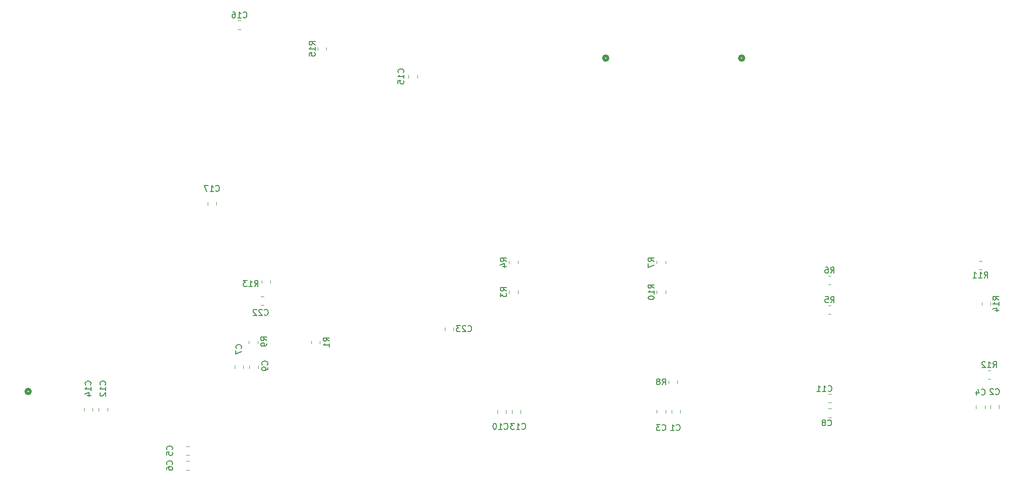
<source format=gbr>
%TF.GenerationSoftware,KiCad,Pcbnew,(6.0.0)*%
%TF.CreationDate,2024-02-18T00:07:20-06:00*%
%TF.ProjectId,MCD,4d43442e-6b69-4636-9164-5f7063625858,rev?*%
%TF.SameCoordinates,Original*%
%TF.FileFunction,Legend,Bot*%
%TF.FilePolarity,Positive*%
%FSLAX46Y46*%
G04 Gerber Fmt 4.6, Leading zero omitted, Abs format (unit mm)*
G04 Created by KiCad (PCBNEW (6.0.0)) date 2024-02-18 00:07:20*
%MOMM*%
%LPD*%
G01*
G04 APERTURE LIST*
%ADD10C,0.150000*%
%ADD11C,0.508000*%
%ADD12C,0.120000*%
G04 APERTURE END LIST*
D10*
%TO.C,R11*%
X270642857Y-123602380D02*
X270976190Y-123126190D01*
X271214285Y-123602380D02*
X271214285Y-122602380D01*
X270833333Y-122602380D01*
X270738095Y-122650000D01*
X270690476Y-122697619D01*
X270642857Y-122792857D01*
X270642857Y-122935714D01*
X270690476Y-123030952D01*
X270738095Y-123078571D01*
X270833333Y-123126190D01*
X271214285Y-123126190D01*
X269690476Y-123602380D02*
X270261904Y-123602380D01*
X269976190Y-123602380D02*
X269976190Y-122602380D01*
X270071428Y-122745238D01*
X270166666Y-122840476D01*
X270261904Y-122888095D01*
X268738095Y-123602380D02*
X269309523Y-123602380D01*
X269023809Y-123602380D02*
X269023809Y-122602380D01*
X269119047Y-122745238D01*
X269214285Y-122840476D01*
X269309523Y-122888095D01*
%TO.C,R5*%
X244666666Y-127802380D02*
X245000000Y-127326190D01*
X245238095Y-127802380D02*
X245238095Y-126802380D01*
X244857142Y-126802380D01*
X244761904Y-126850000D01*
X244714285Y-126897619D01*
X244666666Y-126992857D01*
X244666666Y-127135714D01*
X244714285Y-127230952D01*
X244761904Y-127278571D01*
X244857142Y-127326190D01*
X245238095Y-127326190D01*
X243761904Y-126802380D02*
X244238095Y-126802380D01*
X244285714Y-127278571D01*
X244238095Y-127230952D01*
X244142857Y-127183333D01*
X243904761Y-127183333D01*
X243809523Y-127230952D01*
X243761904Y-127278571D01*
X243714285Y-127373809D01*
X243714285Y-127611904D01*
X243761904Y-127707142D01*
X243809523Y-127754761D01*
X243904761Y-127802380D01*
X244142857Y-127802380D01*
X244238095Y-127754761D01*
X244285714Y-127707142D01*
%TO.C,C3*%
X216166666Y-149357142D02*
X216214285Y-149404761D01*
X216357142Y-149452380D01*
X216452380Y-149452380D01*
X216595238Y-149404761D01*
X216690476Y-149309523D01*
X216738095Y-149214285D01*
X216785714Y-149023809D01*
X216785714Y-148880952D01*
X216738095Y-148690476D01*
X216690476Y-148595238D01*
X216595238Y-148500000D01*
X216452380Y-148452380D01*
X216357142Y-148452380D01*
X216214285Y-148500000D01*
X216166666Y-148547619D01*
X215833333Y-148452380D02*
X215214285Y-148452380D01*
X215547619Y-148833333D01*
X215404761Y-148833333D01*
X215309523Y-148880952D01*
X215261904Y-148928571D01*
X215214285Y-149023809D01*
X215214285Y-149261904D01*
X215261904Y-149357142D01*
X215309523Y-149404761D01*
X215404761Y-149452380D01*
X215690476Y-149452380D01*
X215785714Y-149404761D01*
X215833333Y-149357142D01*
%TO.C,R1*%
X159852380Y-134333333D02*
X159376190Y-134000000D01*
X159852380Y-133761904D02*
X158852380Y-133761904D01*
X158852380Y-134142857D01*
X158900000Y-134238095D01*
X158947619Y-134285714D01*
X159042857Y-134333333D01*
X159185714Y-134333333D01*
X159280952Y-134285714D01*
X159328571Y-134238095D01*
X159376190Y-134142857D01*
X159376190Y-133761904D01*
X159852380Y-135285714D02*
X159852380Y-134714285D01*
X159852380Y-135000000D02*
X158852380Y-135000000D01*
X158995238Y-134904761D01*
X159090476Y-134809523D01*
X159138095Y-134714285D01*
%TO.C,C6*%
X133230152Y-155212823D02*
X133277771Y-155165204D01*
X133325390Y-155022347D01*
X133325390Y-154927109D01*
X133277771Y-154784251D01*
X133182533Y-154689013D01*
X133087295Y-154641394D01*
X132896819Y-154593775D01*
X132753962Y-154593775D01*
X132563486Y-154641394D01*
X132468248Y-154689013D01*
X132373010Y-154784251D01*
X132325390Y-154927109D01*
X132325390Y-155022347D01*
X132373010Y-155165204D01*
X132420629Y-155212823D01*
X132325390Y-156069966D02*
X132325390Y-155879490D01*
X132373010Y-155784251D01*
X132420629Y-155736632D01*
X132563486Y-155641394D01*
X132753962Y-155593775D01*
X133134914Y-155593775D01*
X133230152Y-155641394D01*
X133277771Y-155689013D01*
X133325390Y-155784251D01*
X133325390Y-155974728D01*
X133277771Y-156069966D01*
X133230152Y-156117585D01*
X133134914Y-156165204D01*
X132896819Y-156165204D01*
X132801581Y-156117585D01*
X132753962Y-156069966D01*
X132706343Y-155974728D01*
X132706343Y-155784251D01*
X132753962Y-155689013D01*
X132801581Y-155641394D01*
X132896819Y-155593775D01*
%TO.C,R15*%
X157452380Y-84157142D02*
X156976190Y-83823809D01*
X157452380Y-83585714D02*
X156452380Y-83585714D01*
X156452380Y-83966666D01*
X156500000Y-84061904D01*
X156547619Y-84109523D01*
X156642857Y-84157142D01*
X156785714Y-84157142D01*
X156880952Y-84109523D01*
X156928571Y-84061904D01*
X156976190Y-83966666D01*
X156976190Y-83585714D01*
X157452380Y-85109523D02*
X157452380Y-84538095D01*
X157452380Y-84823809D02*
X156452380Y-84823809D01*
X156595238Y-84728571D01*
X156690476Y-84633333D01*
X156738095Y-84538095D01*
X156452380Y-86014285D02*
X156452380Y-85538095D01*
X156928571Y-85490476D01*
X156880952Y-85538095D01*
X156833333Y-85633333D01*
X156833333Y-85871428D01*
X156880952Y-85966666D01*
X156928571Y-86014285D01*
X157023809Y-86061904D01*
X157261904Y-86061904D01*
X157357142Y-86014285D01*
X157404761Y-85966666D01*
X157452380Y-85871428D01*
X157452380Y-85633333D01*
X157404761Y-85538095D01*
X157357142Y-85490476D01*
%TO.C,R14*%
X273102380Y-127357142D02*
X272626190Y-127023809D01*
X273102380Y-126785714D02*
X272102380Y-126785714D01*
X272102380Y-127166666D01*
X272150000Y-127261904D01*
X272197619Y-127309523D01*
X272292857Y-127357142D01*
X272435714Y-127357142D01*
X272530952Y-127309523D01*
X272578571Y-127261904D01*
X272626190Y-127166666D01*
X272626190Y-126785714D01*
X273102380Y-128309523D02*
X273102380Y-127738095D01*
X273102380Y-128023809D02*
X272102380Y-128023809D01*
X272245238Y-127928571D01*
X272340476Y-127833333D01*
X272388095Y-127738095D01*
X272435714Y-129166666D02*
X273102380Y-129166666D01*
X272054761Y-128928571D02*
X272769047Y-128690476D01*
X272769047Y-129309523D01*
%TO.C,R7*%
X214802380Y-120833333D02*
X214326190Y-120500000D01*
X214802380Y-120261904D02*
X213802380Y-120261904D01*
X213802380Y-120642857D01*
X213850000Y-120738095D01*
X213897619Y-120785714D01*
X213992857Y-120833333D01*
X214135714Y-120833333D01*
X214230952Y-120785714D01*
X214278571Y-120738095D01*
X214326190Y-120642857D01*
X214326190Y-120261904D01*
X213802380Y-121166666D02*
X213802380Y-121833333D01*
X214802380Y-121404761D01*
%TO.C,C1*%
X218566666Y-149357142D02*
X218614285Y-149404761D01*
X218757142Y-149452380D01*
X218852380Y-149452380D01*
X218995238Y-149404761D01*
X219090476Y-149309523D01*
X219138095Y-149214285D01*
X219185714Y-149023809D01*
X219185714Y-148880952D01*
X219138095Y-148690476D01*
X219090476Y-148595238D01*
X218995238Y-148500000D01*
X218852380Y-148452380D01*
X218757142Y-148452380D01*
X218614285Y-148500000D01*
X218566666Y-148547619D01*
X217614285Y-149452380D02*
X218185714Y-149452380D01*
X217900000Y-149452380D02*
X217900000Y-148452380D01*
X217995238Y-148595238D01*
X218090476Y-148690476D01*
X218185714Y-148738095D01*
%TO.C,R8*%
X216166666Y-141702380D02*
X216500000Y-141226190D01*
X216738095Y-141702380D02*
X216738095Y-140702380D01*
X216357142Y-140702380D01*
X216261904Y-140750000D01*
X216214285Y-140797619D01*
X216166666Y-140892857D01*
X216166666Y-141035714D01*
X216214285Y-141130952D01*
X216261904Y-141178571D01*
X216357142Y-141226190D01*
X216738095Y-141226190D01*
X215595238Y-141130952D02*
X215690476Y-141083333D01*
X215738095Y-141035714D01*
X215785714Y-140940476D01*
X215785714Y-140892857D01*
X215738095Y-140797619D01*
X215690476Y-140750000D01*
X215595238Y-140702380D01*
X215404761Y-140702380D01*
X215309523Y-140750000D01*
X215261904Y-140797619D01*
X215214285Y-140892857D01*
X215214285Y-140940476D01*
X215261904Y-141035714D01*
X215309523Y-141083333D01*
X215404761Y-141130952D01*
X215595238Y-141130952D01*
X215690476Y-141178571D01*
X215738095Y-141226190D01*
X215785714Y-141321428D01*
X215785714Y-141511904D01*
X215738095Y-141607142D01*
X215690476Y-141654761D01*
X215595238Y-141702380D01*
X215404761Y-141702380D01*
X215309523Y-141654761D01*
X215261904Y-141607142D01*
X215214285Y-141511904D01*
X215214285Y-141321428D01*
X215261904Y-141226190D01*
X215309523Y-141178571D01*
X215404761Y-141130952D01*
%TO.C,R6*%
X244666666Y-122802380D02*
X245000000Y-122326190D01*
X245238095Y-122802380D02*
X245238095Y-121802380D01*
X244857142Y-121802380D01*
X244761904Y-121850000D01*
X244714285Y-121897619D01*
X244666666Y-121992857D01*
X244666666Y-122135714D01*
X244714285Y-122230952D01*
X244761904Y-122278571D01*
X244857142Y-122326190D01*
X245238095Y-122326190D01*
X243809523Y-121802380D02*
X244000000Y-121802380D01*
X244095238Y-121850000D01*
X244142857Y-121897619D01*
X244238095Y-122040476D01*
X244285714Y-122230952D01*
X244285714Y-122611904D01*
X244238095Y-122707142D01*
X244190476Y-122754761D01*
X244095238Y-122802380D01*
X243904761Y-122802380D01*
X243809523Y-122754761D01*
X243761904Y-122707142D01*
X243714285Y-122611904D01*
X243714285Y-122373809D01*
X243761904Y-122278571D01*
X243809523Y-122230952D01*
X243904761Y-122183333D01*
X244095238Y-122183333D01*
X244190476Y-122230952D01*
X244238095Y-122278571D01*
X244285714Y-122373809D01*
%TO.C,C22*%
X148881605Y-129857142D02*
X148929224Y-129904761D01*
X149072081Y-129952380D01*
X149167319Y-129952380D01*
X149310176Y-129904761D01*
X149405414Y-129809523D01*
X149453033Y-129714285D01*
X149500652Y-129523809D01*
X149500652Y-129380952D01*
X149453033Y-129190476D01*
X149405414Y-129095238D01*
X149310176Y-129000000D01*
X149167319Y-128952380D01*
X149072081Y-128952380D01*
X148929224Y-129000000D01*
X148881605Y-129047619D01*
X148500652Y-129047619D02*
X148453033Y-129000000D01*
X148357795Y-128952380D01*
X148119700Y-128952380D01*
X148024462Y-129000000D01*
X147976843Y-129047619D01*
X147929224Y-129142857D01*
X147929224Y-129238095D01*
X147976843Y-129380952D01*
X148548271Y-129952380D01*
X147929224Y-129952380D01*
X147548271Y-129047619D02*
X147500652Y-129000000D01*
X147405414Y-128952380D01*
X147167319Y-128952380D01*
X147072081Y-129000000D01*
X147024462Y-129047619D01*
X146976843Y-129142857D01*
X146976843Y-129238095D01*
X147024462Y-129380952D01*
X147595890Y-129952380D01*
X146976843Y-129952380D01*
%TO.C,C2*%
X272566666Y-143294642D02*
X272614285Y-143342261D01*
X272757142Y-143389880D01*
X272852380Y-143389880D01*
X272995238Y-143342261D01*
X273090476Y-143247023D01*
X273138095Y-143151785D01*
X273185714Y-142961309D01*
X273185714Y-142818452D01*
X273138095Y-142627976D01*
X273090476Y-142532738D01*
X272995238Y-142437500D01*
X272852380Y-142389880D01*
X272757142Y-142389880D01*
X272614285Y-142437500D01*
X272566666Y-142485119D01*
X272185714Y-142485119D02*
X272138095Y-142437500D01*
X272042857Y-142389880D01*
X271804761Y-142389880D01*
X271709523Y-142437500D01*
X271661904Y-142485119D01*
X271614285Y-142580357D01*
X271614285Y-142675595D01*
X271661904Y-142818452D01*
X272233333Y-143389880D01*
X271614285Y-143389880D01*
%TO.C,C10*%
X189442857Y-149157142D02*
X189490476Y-149204761D01*
X189633333Y-149252380D01*
X189728571Y-149252380D01*
X189871428Y-149204761D01*
X189966666Y-149109523D01*
X190014285Y-149014285D01*
X190061904Y-148823809D01*
X190061904Y-148680952D01*
X190014285Y-148490476D01*
X189966666Y-148395238D01*
X189871428Y-148300000D01*
X189728571Y-148252380D01*
X189633333Y-148252380D01*
X189490476Y-148300000D01*
X189442857Y-148347619D01*
X188490476Y-149252380D02*
X189061904Y-149252380D01*
X188776190Y-149252380D02*
X188776190Y-148252380D01*
X188871428Y-148395238D01*
X188966666Y-148490476D01*
X189061904Y-148538095D01*
X187871428Y-148252380D02*
X187776190Y-148252380D01*
X187680952Y-148300000D01*
X187633333Y-148347619D01*
X187585714Y-148442857D01*
X187538095Y-148633333D01*
X187538095Y-148871428D01*
X187585714Y-149061904D01*
X187633333Y-149157142D01*
X187680952Y-149204761D01*
X187776190Y-149252380D01*
X187871428Y-149252380D01*
X187966666Y-149204761D01*
X188014285Y-149157142D01*
X188061904Y-149061904D01*
X188109523Y-148871428D01*
X188109523Y-148633333D01*
X188061904Y-148442857D01*
X188014285Y-148347619D01*
X187966666Y-148300000D01*
X187871428Y-148252380D01*
%TO.C,C4*%
X270166666Y-143357142D02*
X270214285Y-143404761D01*
X270357142Y-143452380D01*
X270452380Y-143452380D01*
X270595238Y-143404761D01*
X270690476Y-143309523D01*
X270738095Y-143214285D01*
X270785714Y-143023809D01*
X270785714Y-142880952D01*
X270738095Y-142690476D01*
X270690476Y-142595238D01*
X270595238Y-142500000D01*
X270452380Y-142452380D01*
X270357142Y-142452380D01*
X270214285Y-142500000D01*
X270166666Y-142547619D01*
X269309523Y-142785714D02*
X269309523Y-143452380D01*
X269547619Y-142404761D02*
X269785714Y-143119047D01*
X269166666Y-143119047D01*
%TO.C,R9*%
X149252380Y-134233333D02*
X148776190Y-133900000D01*
X149252380Y-133661904D02*
X148252380Y-133661904D01*
X148252380Y-134042857D01*
X148300000Y-134138095D01*
X148347619Y-134185714D01*
X148442857Y-134233333D01*
X148585714Y-134233333D01*
X148680952Y-134185714D01*
X148728571Y-134138095D01*
X148776190Y-134042857D01*
X148776190Y-133661904D01*
X149252380Y-134709523D02*
X149252380Y-134900000D01*
X149204761Y-134995238D01*
X149157142Y-135042857D01*
X149014285Y-135138095D01*
X148823809Y-135185714D01*
X148442857Y-135185714D01*
X148347619Y-135138095D01*
X148300000Y-135090476D01*
X148252380Y-134995238D01*
X148252380Y-134804761D01*
X148300000Y-134709523D01*
X148347619Y-134661904D01*
X148442857Y-134614285D01*
X148680952Y-134614285D01*
X148776190Y-134661904D01*
X148823809Y-134709523D01*
X148871428Y-134804761D01*
X148871428Y-134995238D01*
X148823809Y-135090476D01*
X148776190Y-135138095D01*
X148680952Y-135185714D01*
%TO.C,C16*%
X145292857Y-79477142D02*
X145340476Y-79524761D01*
X145483333Y-79572380D01*
X145578571Y-79572380D01*
X145721428Y-79524761D01*
X145816666Y-79429523D01*
X145864285Y-79334285D01*
X145911904Y-79143809D01*
X145911904Y-79000952D01*
X145864285Y-78810476D01*
X145816666Y-78715238D01*
X145721428Y-78620000D01*
X145578571Y-78572380D01*
X145483333Y-78572380D01*
X145340476Y-78620000D01*
X145292857Y-78667619D01*
X144340476Y-79572380D02*
X144911904Y-79572380D01*
X144626190Y-79572380D02*
X144626190Y-78572380D01*
X144721428Y-78715238D01*
X144816666Y-78810476D01*
X144911904Y-78858095D01*
X143483333Y-78572380D02*
X143673809Y-78572380D01*
X143769047Y-78620000D01*
X143816666Y-78667619D01*
X143911904Y-78810476D01*
X143959523Y-79000952D01*
X143959523Y-79381904D01*
X143911904Y-79477142D01*
X143864285Y-79524761D01*
X143769047Y-79572380D01*
X143578571Y-79572380D01*
X143483333Y-79524761D01*
X143435714Y-79477142D01*
X143388095Y-79381904D01*
X143388095Y-79143809D01*
X143435714Y-79048571D01*
X143483333Y-79000952D01*
X143578571Y-78953333D01*
X143769047Y-78953333D01*
X143864285Y-79000952D01*
X143911904Y-79048571D01*
X143959523Y-79143809D01*
%TO.C,C13*%
X192442857Y-149157142D02*
X192490476Y-149204761D01*
X192633333Y-149252380D01*
X192728571Y-149252380D01*
X192871428Y-149204761D01*
X192966666Y-149109523D01*
X193014285Y-149014285D01*
X193061904Y-148823809D01*
X193061904Y-148680952D01*
X193014285Y-148490476D01*
X192966666Y-148395238D01*
X192871428Y-148300000D01*
X192728571Y-148252380D01*
X192633333Y-148252380D01*
X192490476Y-148300000D01*
X192442857Y-148347619D01*
X191490476Y-149252380D02*
X192061904Y-149252380D01*
X191776190Y-149252380D02*
X191776190Y-148252380D01*
X191871428Y-148395238D01*
X191966666Y-148490476D01*
X192061904Y-148538095D01*
X191157142Y-148252380D02*
X190538095Y-148252380D01*
X190871428Y-148633333D01*
X190728571Y-148633333D01*
X190633333Y-148680952D01*
X190585714Y-148728571D01*
X190538095Y-148823809D01*
X190538095Y-149061904D01*
X190585714Y-149157142D01*
X190633333Y-149204761D01*
X190728571Y-149252380D01*
X191014285Y-149252380D01*
X191109523Y-149204761D01*
X191157142Y-149157142D01*
%TO.C,C9*%
X149357142Y-138333333D02*
X149404761Y-138285714D01*
X149452380Y-138142857D01*
X149452380Y-138047619D01*
X149404761Y-137904761D01*
X149309523Y-137809523D01*
X149214285Y-137761904D01*
X149023809Y-137714285D01*
X148880952Y-137714285D01*
X148690476Y-137761904D01*
X148595238Y-137809523D01*
X148500000Y-137904761D01*
X148452380Y-138047619D01*
X148452380Y-138142857D01*
X148500000Y-138285714D01*
X148547619Y-138333333D01*
X149452380Y-138809523D02*
X149452380Y-139000000D01*
X149404761Y-139095238D01*
X149357142Y-139142857D01*
X149214285Y-139238095D01*
X149023809Y-139285714D01*
X148642857Y-139285714D01*
X148547619Y-139238095D01*
X148500000Y-139190476D01*
X148452380Y-139095238D01*
X148452380Y-138904761D01*
X148500000Y-138809523D01*
X148547619Y-138761904D01*
X148642857Y-138714285D01*
X148880952Y-138714285D01*
X148976190Y-138761904D01*
X149023809Y-138809523D01*
X149071428Y-138904761D01*
X149071428Y-139095238D01*
X149023809Y-139190476D01*
X148976190Y-139238095D01*
X148880952Y-139285714D01*
%TO.C,C15*%
X172357142Y-88857142D02*
X172404761Y-88809523D01*
X172452380Y-88666666D01*
X172452380Y-88571428D01*
X172404761Y-88428571D01*
X172309523Y-88333333D01*
X172214285Y-88285714D01*
X172023809Y-88238095D01*
X171880952Y-88238095D01*
X171690476Y-88285714D01*
X171595238Y-88333333D01*
X171500000Y-88428571D01*
X171452380Y-88571428D01*
X171452380Y-88666666D01*
X171500000Y-88809523D01*
X171547619Y-88857142D01*
X172452380Y-89809523D02*
X172452380Y-89238095D01*
X172452380Y-89523809D02*
X171452380Y-89523809D01*
X171595238Y-89428571D01*
X171690476Y-89333333D01*
X171738095Y-89238095D01*
X171452380Y-90714285D02*
X171452380Y-90238095D01*
X171928571Y-90190476D01*
X171880952Y-90238095D01*
X171833333Y-90333333D01*
X171833333Y-90571428D01*
X171880952Y-90666666D01*
X171928571Y-90714285D01*
X172023809Y-90761904D01*
X172261904Y-90761904D01*
X172357142Y-90714285D01*
X172404761Y-90666666D01*
X172452380Y-90571428D01*
X172452380Y-90333333D01*
X172404761Y-90238095D01*
X172357142Y-90190476D01*
%TO.C,C5*%
X133230152Y-152712823D02*
X133277771Y-152665204D01*
X133325390Y-152522347D01*
X133325390Y-152427109D01*
X133277771Y-152284251D01*
X133182533Y-152189013D01*
X133087295Y-152141394D01*
X132896819Y-152093775D01*
X132753962Y-152093775D01*
X132563486Y-152141394D01*
X132468248Y-152189013D01*
X132373010Y-152284251D01*
X132325390Y-152427109D01*
X132325390Y-152522347D01*
X132373010Y-152665204D01*
X132420629Y-152712823D01*
X132325390Y-153617585D02*
X132325390Y-153141394D01*
X132801581Y-153093775D01*
X132753962Y-153141394D01*
X132706343Y-153236632D01*
X132706343Y-153474728D01*
X132753962Y-153569966D01*
X132801581Y-153617585D01*
X132896819Y-153665204D01*
X133134914Y-153665204D01*
X133230152Y-153617585D01*
X133277771Y-153569966D01*
X133325390Y-153474728D01*
X133325390Y-153236632D01*
X133277771Y-153141394D01*
X133230152Y-153093775D01*
%TO.C,R3*%
X189802380Y-125833333D02*
X189326190Y-125500000D01*
X189802380Y-125261904D02*
X188802380Y-125261904D01*
X188802380Y-125642857D01*
X188850000Y-125738095D01*
X188897619Y-125785714D01*
X188992857Y-125833333D01*
X189135714Y-125833333D01*
X189230952Y-125785714D01*
X189278571Y-125738095D01*
X189326190Y-125642857D01*
X189326190Y-125261904D01*
X188802380Y-126166666D02*
X188802380Y-126785714D01*
X189183333Y-126452380D01*
X189183333Y-126595238D01*
X189230952Y-126690476D01*
X189278571Y-126738095D01*
X189373809Y-126785714D01*
X189611904Y-126785714D01*
X189707142Y-126738095D01*
X189754761Y-126690476D01*
X189802380Y-126595238D01*
X189802380Y-126309523D01*
X189754761Y-126214285D01*
X189707142Y-126166666D01*
%TO.C,C11*%
X244242857Y-142757142D02*
X244290476Y-142804761D01*
X244433333Y-142852380D01*
X244528571Y-142852380D01*
X244671428Y-142804761D01*
X244766666Y-142709523D01*
X244814285Y-142614285D01*
X244861904Y-142423809D01*
X244861904Y-142280952D01*
X244814285Y-142090476D01*
X244766666Y-141995238D01*
X244671428Y-141900000D01*
X244528571Y-141852380D01*
X244433333Y-141852380D01*
X244290476Y-141900000D01*
X244242857Y-141947619D01*
X243290476Y-142852380D02*
X243861904Y-142852380D01*
X243576190Y-142852380D02*
X243576190Y-141852380D01*
X243671428Y-141995238D01*
X243766666Y-142090476D01*
X243861904Y-142138095D01*
X242338095Y-142852380D02*
X242909523Y-142852380D01*
X242623809Y-142852380D02*
X242623809Y-141852380D01*
X242719047Y-141995238D01*
X242814285Y-142090476D01*
X242909523Y-142138095D01*
%TO.C,C7*%
X144942652Y-135550323D02*
X144990271Y-135502704D01*
X145037890Y-135359847D01*
X145037890Y-135264609D01*
X144990271Y-135121751D01*
X144895033Y-135026513D01*
X144799795Y-134978894D01*
X144609319Y-134931275D01*
X144466462Y-134931275D01*
X144275986Y-134978894D01*
X144180748Y-135026513D01*
X144085510Y-135121751D01*
X144037890Y-135264609D01*
X144037890Y-135359847D01*
X144085510Y-135502704D01*
X144133129Y-135550323D01*
X144037890Y-135883656D02*
X144037890Y-136550323D01*
X145037890Y-136121751D01*
%TO.C,C12*%
X121942652Y-141736632D02*
X121990271Y-141689013D01*
X122037890Y-141546156D01*
X122037890Y-141450918D01*
X121990271Y-141308061D01*
X121895033Y-141212823D01*
X121799795Y-141165204D01*
X121609319Y-141117585D01*
X121466462Y-141117585D01*
X121275986Y-141165204D01*
X121180748Y-141212823D01*
X121085510Y-141308061D01*
X121037890Y-141450918D01*
X121037890Y-141546156D01*
X121085510Y-141689013D01*
X121133129Y-141736632D01*
X122037890Y-142689013D02*
X122037890Y-142117585D01*
X122037890Y-142403299D02*
X121037890Y-142403299D01*
X121180748Y-142308061D01*
X121275986Y-142212823D01*
X121323605Y-142117585D01*
X121133129Y-143069966D02*
X121085510Y-143117585D01*
X121037890Y-143212823D01*
X121037890Y-143450918D01*
X121085510Y-143546156D01*
X121133129Y-143593775D01*
X121228367Y-143641394D01*
X121323605Y-143641394D01*
X121466462Y-143593775D01*
X122037890Y-143022347D01*
X122037890Y-143641394D01*
%TO.C,C17*%
X140642857Y-108857142D02*
X140690476Y-108904761D01*
X140833333Y-108952380D01*
X140928571Y-108952380D01*
X141071428Y-108904761D01*
X141166666Y-108809523D01*
X141214285Y-108714285D01*
X141261904Y-108523809D01*
X141261904Y-108380952D01*
X141214285Y-108190476D01*
X141166666Y-108095238D01*
X141071428Y-108000000D01*
X140928571Y-107952380D01*
X140833333Y-107952380D01*
X140690476Y-108000000D01*
X140642857Y-108047619D01*
X139690476Y-108952380D02*
X140261904Y-108952380D01*
X139976190Y-108952380D02*
X139976190Y-107952380D01*
X140071428Y-108095238D01*
X140166666Y-108190476D01*
X140261904Y-108238095D01*
X139357142Y-107952380D02*
X138690476Y-107952380D01*
X139119047Y-108952380D01*
%TO.C,C8*%
X244166666Y-148557142D02*
X244214285Y-148604761D01*
X244357142Y-148652380D01*
X244452380Y-148652380D01*
X244595238Y-148604761D01*
X244690476Y-148509523D01*
X244738095Y-148414285D01*
X244785714Y-148223809D01*
X244785714Y-148080952D01*
X244738095Y-147890476D01*
X244690476Y-147795238D01*
X244595238Y-147700000D01*
X244452380Y-147652380D01*
X244357142Y-147652380D01*
X244214285Y-147700000D01*
X244166666Y-147747619D01*
X243595238Y-148080952D02*
X243690476Y-148033333D01*
X243738095Y-147985714D01*
X243785714Y-147890476D01*
X243785714Y-147842857D01*
X243738095Y-147747619D01*
X243690476Y-147700000D01*
X243595238Y-147652380D01*
X243404761Y-147652380D01*
X243309523Y-147700000D01*
X243261904Y-147747619D01*
X243214285Y-147842857D01*
X243214285Y-147890476D01*
X243261904Y-147985714D01*
X243309523Y-148033333D01*
X243404761Y-148080952D01*
X243595238Y-148080952D01*
X243690476Y-148128571D01*
X243738095Y-148176190D01*
X243785714Y-148271428D01*
X243785714Y-148461904D01*
X243738095Y-148557142D01*
X243690476Y-148604761D01*
X243595238Y-148652380D01*
X243404761Y-148652380D01*
X243309523Y-148604761D01*
X243261904Y-148557142D01*
X243214285Y-148461904D01*
X243214285Y-148271428D01*
X243261904Y-148176190D01*
X243309523Y-148128571D01*
X243404761Y-148080952D01*
%TO.C,C23*%
X183293367Y-132617142D02*
X183340986Y-132664761D01*
X183483843Y-132712380D01*
X183579081Y-132712380D01*
X183721938Y-132664761D01*
X183817176Y-132569523D01*
X183864795Y-132474285D01*
X183912414Y-132283809D01*
X183912414Y-132140952D01*
X183864795Y-131950476D01*
X183817176Y-131855238D01*
X183721938Y-131760000D01*
X183579081Y-131712380D01*
X183483843Y-131712380D01*
X183340986Y-131760000D01*
X183293367Y-131807619D01*
X182912414Y-131807619D02*
X182864795Y-131760000D01*
X182769557Y-131712380D01*
X182531462Y-131712380D01*
X182436224Y-131760000D01*
X182388605Y-131807619D01*
X182340986Y-131902857D01*
X182340986Y-131998095D01*
X182388605Y-132140952D01*
X182960033Y-132712380D01*
X182340986Y-132712380D01*
X182007652Y-131712380D02*
X181388605Y-131712380D01*
X181721938Y-132093333D01*
X181579081Y-132093333D01*
X181483843Y-132140952D01*
X181436224Y-132188571D01*
X181388605Y-132283809D01*
X181388605Y-132521904D01*
X181436224Y-132617142D01*
X181483843Y-132664761D01*
X181579081Y-132712380D01*
X181864795Y-132712380D01*
X181960033Y-132664761D01*
X182007652Y-132617142D01*
%TO.C,R13*%
X147213367Y-125052380D02*
X147546700Y-124576190D01*
X147784795Y-125052380D02*
X147784795Y-124052380D01*
X147403843Y-124052380D01*
X147308605Y-124100000D01*
X147260986Y-124147619D01*
X147213367Y-124242857D01*
X147213367Y-124385714D01*
X147260986Y-124480952D01*
X147308605Y-124528571D01*
X147403843Y-124576190D01*
X147784795Y-124576190D01*
X146260986Y-125052380D02*
X146832414Y-125052380D01*
X146546700Y-125052380D02*
X146546700Y-124052380D01*
X146641938Y-124195238D01*
X146737176Y-124290476D01*
X146832414Y-124338095D01*
X145927652Y-124052380D02*
X145308605Y-124052380D01*
X145641938Y-124433333D01*
X145499081Y-124433333D01*
X145403843Y-124480952D01*
X145356224Y-124528571D01*
X145308605Y-124623809D01*
X145308605Y-124861904D01*
X145356224Y-124957142D01*
X145403843Y-125004761D01*
X145499081Y-125052380D01*
X145784795Y-125052380D01*
X145880033Y-125004761D01*
X145927652Y-124957142D01*
%TO.C,R12*%
X272142857Y-138802380D02*
X272476190Y-138326190D01*
X272714285Y-138802380D02*
X272714285Y-137802380D01*
X272333333Y-137802380D01*
X272238095Y-137850000D01*
X272190476Y-137897619D01*
X272142857Y-137992857D01*
X272142857Y-138135714D01*
X272190476Y-138230952D01*
X272238095Y-138278571D01*
X272333333Y-138326190D01*
X272714285Y-138326190D01*
X271190476Y-138802380D02*
X271761904Y-138802380D01*
X271476190Y-138802380D02*
X271476190Y-137802380D01*
X271571428Y-137945238D01*
X271666666Y-138040476D01*
X271761904Y-138088095D01*
X270809523Y-137897619D02*
X270761904Y-137850000D01*
X270666666Y-137802380D01*
X270428571Y-137802380D01*
X270333333Y-137850000D01*
X270285714Y-137897619D01*
X270238095Y-137992857D01*
X270238095Y-138088095D01*
X270285714Y-138230952D01*
X270857142Y-138802380D01*
X270238095Y-138802380D01*
%TO.C,C14*%
X119442652Y-141736632D02*
X119490271Y-141689013D01*
X119537890Y-141546156D01*
X119537890Y-141450918D01*
X119490271Y-141308061D01*
X119395033Y-141212823D01*
X119299795Y-141165204D01*
X119109319Y-141117585D01*
X118966462Y-141117585D01*
X118775986Y-141165204D01*
X118680748Y-141212823D01*
X118585510Y-141308061D01*
X118537890Y-141450918D01*
X118537890Y-141546156D01*
X118585510Y-141689013D01*
X118633129Y-141736632D01*
X119537890Y-142689013D02*
X119537890Y-142117585D01*
X119537890Y-142403299D02*
X118537890Y-142403299D01*
X118680748Y-142308061D01*
X118775986Y-142212823D01*
X118823605Y-142117585D01*
X118871224Y-143546156D02*
X119537890Y-143546156D01*
X118490271Y-143308061D02*
X119204557Y-143069966D01*
X119204557Y-143689013D01*
%TO.C,R10*%
X214802380Y-125357142D02*
X214326190Y-125023809D01*
X214802380Y-124785714D02*
X213802380Y-124785714D01*
X213802380Y-125166666D01*
X213850000Y-125261904D01*
X213897619Y-125309523D01*
X213992857Y-125357142D01*
X214135714Y-125357142D01*
X214230952Y-125309523D01*
X214278571Y-125261904D01*
X214326190Y-125166666D01*
X214326190Y-124785714D01*
X214802380Y-126309523D02*
X214802380Y-125738095D01*
X214802380Y-126023809D02*
X213802380Y-126023809D01*
X213945238Y-125928571D01*
X214040476Y-125833333D01*
X214088095Y-125738095D01*
X213802380Y-126928571D02*
X213802380Y-127023809D01*
X213850000Y-127119047D01*
X213897619Y-127166666D01*
X213992857Y-127214285D01*
X214183333Y-127261904D01*
X214421428Y-127261904D01*
X214611904Y-127214285D01*
X214707142Y-127166666D01*
X214754761Y-127119047D01*
X214802380Y-127023809D01*
X214802380Y-126928571D01*
X214754761Y-126833333D01*
X214707142Y-126785714D01*
X214611904Y-126738095D01*
X214421428Y-126690476D01*
X214183333Y-126690476D01*
X213992857Y-126738095D01*
X213897619Y-126785714D01*
X213850000Y-126833333D01*
X213802380Y-126928571D01*
%TO.C,R4*%
X189802380Y-120833333D02*
X189326190Y-120500000D01*
X189802380Y-120261904D02*
X188802380Y-120261904D01*
X188802380Y-120642857D01*
X188850000Y-120738095D01*
X188897619Y-120785714D01*
X188992857Y-120833333D01*
X189135714Y-120833333D01*
X189230952Y-120785714D01*
X189278571Y-120738095D01*
X189326190Y-120642857D01*
X189326190Y-120261904D01*
X189135714Y-121690476D02*
X189802380Y-121690476D01*
X188754761Y-121452380D02*
X189469047Y-121214285D01*
X189469047Y-121833333D01*
D11*
%TO.C,J5*%
X109286000Y-142850000D02*
G75*
G03*
X109286000Y-142850000I-381000J0D01*
G01*
%TO.C,J1*%
X206991000Y-86405000D02*
G75*
G03*
X206991000Y-86405000I-381000J0D01*
G01*
%TO.C,J2*%
X229991000Y-86405000D02*
G75*
G03*
X229991000Y-86405000I-381000J0D01*
G01*
D12*
%TO.C,R11*%
X269772936Y-120765000D02*
X270227064Y-120765000D01*
X269772936Y-122235000D02*
X270227064Y-122235000D01*
%TO.C,R5*%
X244727064Y-128265000D02*
X244272936Y-128265000D01*
X244727064Y-129735000D02*
X244272936Y-129735000D01*
%TO.C,C3*%
X216735000Y-146511252D02*
X216735000Y-145988748D01*
X215265000Y-146511252D02*
X215265000Y-145988748D01*
%TO.C,R1*%
X158235000Y-134727064D02*
X158235000Y-134272936D01*
X156765000Y-134727064D02*
X156765000Y-134272936D01*
%TO.C,C6*%
X136134262Y-156114490D02*
X135611758Y-156114490D01*
X136134262Y-154644490D02*
X135611758Y-154644490D01*
%TO.C,R15*%
X159385000Y-84572936D02*
X159385000Y-85027064D01*
X157915000Y-84572936D02*
X157915000Y-85027064D01*
%TO.C,R14*%
X270265000Y-128227064D02*
X270265000Y-127772936D01*
X271735000Y-128227064D02*
X271735000Y-127772936D01*
%TO.C,R7*%
X215265000Y-120772936D02*
X215265000Y-121227064D01*
X216735000Y-120772936D02*
X216735000Y-121227064D01*
%TO.C,C1*%
X219235000Y-146511252D02*
X219235000Y-145988748D01*
X217765000Y-146511252D02*
X217765000Y-145988748D01*
%TO.C,R8*%
X218735000Y-141022936D02*
X218735000Y-141477064D01*
X217265000Y-141022936D02*
X217265000Y-141477064D01*
%TO.C,R6*%
X244727064Y-124735000D02*
X244272936Y-124735000D01*
X244727064Y-123265000D02*
X244272936Y-123265000D01*
%TO.C,C22*%
X148761252Y-126765000D02*
X148238748Y-126765000D01*
X148761252Y-128235000D02*
X148238748Y-128235000D01*
%TO.C,C2*%
X271665000Y-145698752D02*
X271665000Y-145176248D01*
X273135000Y-145698752D02*
X273135000Y-145176248D01*
%TO.C,C10*%
X189735000Y-146548752D02*
X189735000Y-146026248D01*
X188265000Y-146548752D02*
X188265000Y-146026248D01*
%TO.C,C4*%
X270735000Y-145761252D02*
X270735000Y-145238748D01*
X269265000Y-145761252D02*
X269265000Y-145238748D01*
%TO.C,R9*%
X147735000Y-134272936D02*
X147735000Y-134727064D01*
X146265000Y-134272936D02*
X146265000Y-134727064D01*
%TO.C,C16*%
X144911252Y-81535000D02*
X144388748Y-81535000D01*
X144911252Y-80065000D02*
X144388748Y-80065000D01*
%TO.C,C13*%
X190765000Y-146548752D02*
X190765000Y-146026248D01*
X192235000Y-146548752D02*
X192235000Y-146026248D01*
%TO.C,C9*%
X147820510Y-138978242D02*
X147820510Y-138455738D01*
X146350510Y-138978242D02*
X146350510Y-138455738D01*
%TO.C,C15*%
X174735000Y-89761252D02*
X174735000Y-89238748D01*
X173265000Y-89761252D02*
X173265000Y-89238748D01*
%TO.C,C5*%
X136134262Y-152144490D02*
X135611758Y-152144490D01*
X136134262Y-153614490D02*
X135611758Y-153614490D01*
%TO.C,R3*%
X190265000Y-125772936D02*
X190265000Y-126227064D01*
X191735000Y-125772936D02*
X191735000Y-126227064D01*
%TO.C,C11*%
X244761252Y-144735000D02*
X244238748Y-144735000D01*
X244761252Y-143265000D02*
X244238748Y-143265000D01*
%TO.C,C7*%
X143850510Y-138978242D02*
X143850510Y-138455738D01*
X145320510Y-138978242D02*
X145320510Y-138455738D01*
%TO.C,C12*%
X120850510Y-145618238D02*
X120850510Y-146140742D01*
X122320510Y-145618238D02*
X122320510Y-146140742D01*
%TO.C,C17*%
X139265000Y-110738748D02*
X139265000Y-111261252D01*
X140735000Y-110738748D02*
X140735000Y-111261252D01*
%TO.C,C8*%
X244761252Y-145765000D02*
X244238748Y-145765000D01*
X244761252Y-147235000D02*
X244238748Y-147235000D01*
%TO.C,C23*%
X179415510Y-132521252D02*
X179415510Y-131998748D01*
X180885510Y-132521252D02*
X180885510Y-131998748D01*
%TO.C,R13*%
X149885510Y-124487064D02*
X149885510Y-124032936D01*
X148415510Y-124487064D02*
X148415510Y-124032936D01*
%TO.C,R12*%
X271727064Y-139265000D02*
X271272936Y-139265000D01*
X271727064Y-140735000D02*
X271272936Y-140735000D01*
%TO.C,C14*%
X119820510Y-145618238D02*
X119820510Y-146140742D01*
X118350510Y-145618238D02*
X118350510Y-146140742D01*
%TO.C,R10*%
X216735000Y-125772936D02*
X216735000Y-126227064D01*
X215265000Y-125772936D02*
X215265000Y-126227064D01*
%TO.C,R4*%
X190265000Y-120772936D02*
X190265000Y-121227064D01*
X191735000Y-120772936D02*
X191735000Y-121227064D01*
%TD*%
M02*

</source>
